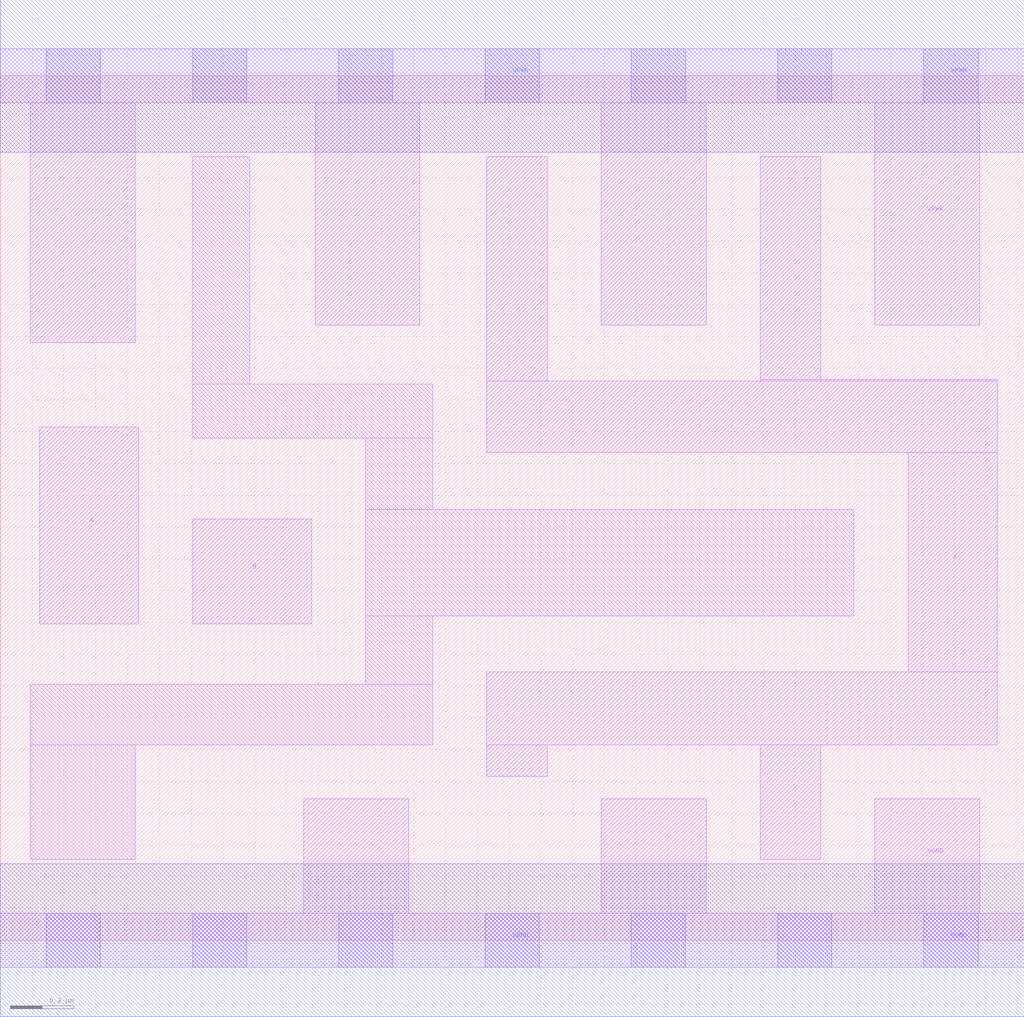
<source format=lef>
# Copyright 2020 The SkyWater PDK Authors
#
# Licensed under the Apache License, Version 2.0 (the "License");
# you may not use this file except in compliance with the License.
# You may obtain a copy of the License at
#
#     https://www.apache.org/licenses/LICENSE-2.0
#
# Unless required by applicable law or agreed to in writing, software
# distributed under the License is distributed on an "AS IS" BASIS,
# WITHOUT WARRANTIES OR CONDITIONS OF ANY KIND, either express or implied.
# See the License for the specific language governing permissions and
# limitations under the License.
#
# SPDX-License-Identifier: Apache-2.0

VERSION 5.7 ;
  NAMESCASESENSITIVE ON ;
  NOWIREEXTENSIONATPIN ON ;
  DIVIDERCHAR "/" ;
  BUSBITCHARS "[]" ;
UNITS
  DATABASE MICRONS 200 ;
END UNITS
MACRO sky130_fd_sc_hd__and2_4
  CLASS CORE ;
  SOURCE USER ;
  FOREIGN sky130_fd_sc_hd__and2_4 ;
  ORIGIN  0.000000  0.000000 ;
  SIZE  3.220000 BY  2.720000 ;
  SYMMETRY X Y R90 ;
  SITE unithd ;
  PIN A
    ANTENNAGATEAREA  0.247500 ;
    DIRECTION INPUT ;
    USE SIGNAL ;
    PORT
      LAYER li1 ;
        RECT 0.125000 0.995000 0.435000 1.615000 ;
    END
  END A
  PIN B
    ANTENNAGATEAREA  0.247500 ;
    DIRECTION INPUT ;
    USE SIGNAL ;
    PORT
      LAYER li1 ;
        RECT 0.605000 0.995000 0.980000 1.325000 ;
    END
  END B
  PIN X
    ANTENNADIFFAREA  0.924000 ;
    DIRECTION OUTPUT ;
    USE SIGNAL ;
    PORT
      LAYER li1 ;
        RECT 1.530000 0.515000 1.720000 0.615000 ;
        RECT 1.530000 0.615000 3.135000 0.845000 ;
        RECT 1.530000 1.535000 3.135000 1.760000 ;
        RECT 1.530000 1.760000 1.720000 2.465000 ;
        RECT 2.390000 0.255000 2.580000 0.615000 ;
        RECT 2.390000 1.760000 3.135000 1.765000 ;
        RECT 2.390000 1.765000 2.580000 2.465000 ;
        RECT 2.855000 0.845000 3.135000 1.535000 ;
    END
  END X
  PIN VGND
    DIRECTION INOUT ;
    SHAPE ABUTMENT ;
    USE GROUND ;
    PORT
      LAYER li1 ;
        RECT 0.000000 -0.085000 3.220000 0.085000 ;
        RECT 0.955000  0.085000 1.285000 0.445000 ;
        RECT 1.890000  0.085000 2.220000 0.445000 ;
        RECT 2.750000  0.085000 3.080000 0.445000 ;
      LAYER mcon ;
        RECT 0.145000 -0.085000 0.315000 0.085000 ;
        RECT 0.605000 -0.085000 0.775000 0.085000 ;
        RECT 1.065000 -0.085000 1.235000 0.085000 ;
        RECT 1.525000 -0.085000 1.695000 0.085000 ;
        RECT 1.985000 -0.085000 2.155000 0.085000 ;
        RECT 2.445000 -0.085000 2.615000 0.085000 ;
        RECT 2.905000 -0.085000 3.075000 0.085000 ;
      LAYER met1 ;
        RECT 0.000000 -0.240000 3.220000 0.240000 ;
    END
  END VGND
  PIN VPWR
    DIRECTION INOUT ;
    SHAPE ABUTMENT ;
    USE POWER ;
    PORT
      LAYER li1 ;
        RECT 0.000000 2.635000 3.220000 2.805000 ;
        RECT 0.095000 1.880000 0.425000 2.635000 ;
        RECT 0.990000 1.935000 1.320000 2.635000 ;
        RECT 1.890000 1.935000 2.220000 2.635000 ;
        RECT 2.750000 1.935000 3.080000 2.635000 ;
      LAYER mcon ;
        RECT 0.145000 2.635000 0.315000 2.805000 ;
        RECT 0.605000 2.635000 0.775000 2.805000 ;
        RECT 1.065000 2.635000 1.235000 2.805000 ;
        RECT 1.525000 2.635000 1.695000 2.805000 ;
        RECT 1.985000 2.635000 2.155000 2.805000 ;
        RECT 2.445000 2.635000 2.615000 2.805000 ;
        RECT 2.905000 2.635000 3.075000 2.805000 ;
      LAYER met1 ;
        RECT 0.000000 2.480000 3.220000 2.960000 ;
    END
  END VPWR
  OBS
    LAYER li1 ;
      RECT 0.095000 0.255000 0.425000 0.615000 ;
      RECT 0.095000 0.615000 1.360000 0.805000 ;
      RECT 0.605000 1.580000 1.360000 1.750000 ;
      RECT 0.605000 1.750000 0.785000 2.465000 ;
      RECT 1.150000 0.805000 1.360000 1.020000 ;
      RECT 1.150000 1.020000 2.685000 1.355000 ;
      RECT 1.150000 1.355000 1.360000 1.580000 ;
  END
END sky130_fd_sc_hd__and2_4
END LIBRARY

</source>
